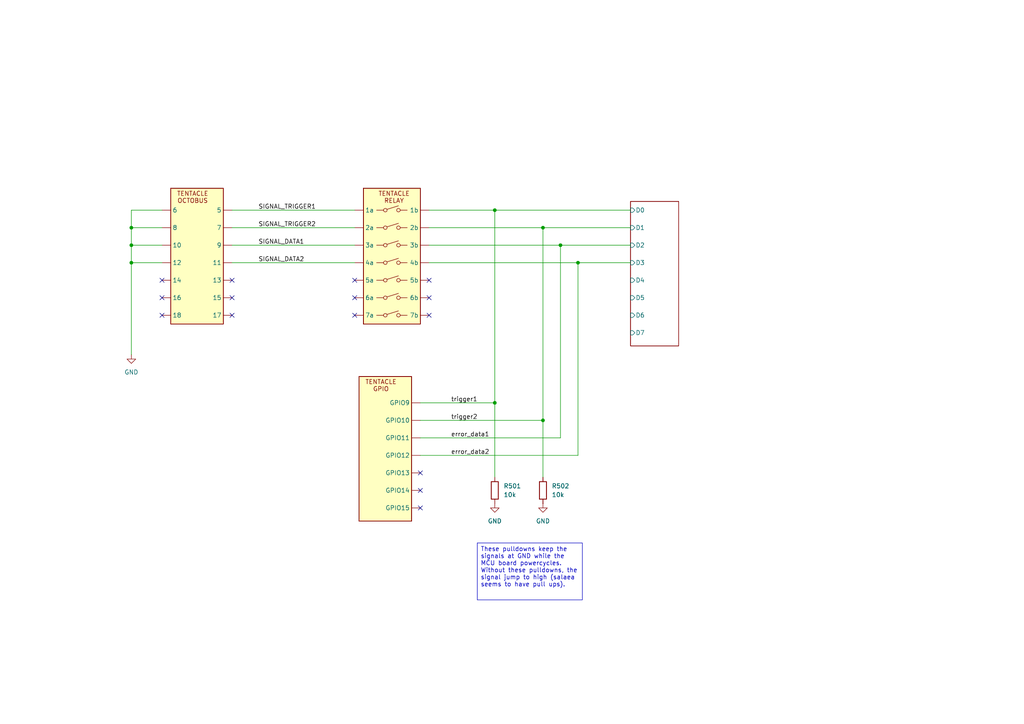
<source format=kicad_sch>
(kicad_sch (version 20231120) (generator "eeschema") (generator_version "8.0")
  (paper "A4")
  (title_block (title "tentacle_DAQ_saleae") (date "2024-07-16") (company "Hans Märki, Märki Informatik") (comment 1 "The MIT License (MIT)"))
  (lib_symbols
    (symbol "00_project_library:tentacle_gpio" (pin_numbers hide)
      (property "Reference" "T" (at -27.432 29.718 0))
      (property "Value" "tentacle" (at 1.27 41.91 0))
      (symbol "tentacle_gpio_1_1"
        (rectangle (start 0 0) (end 15.24 -41.91) (stroke (width 0.254)) (fill (type background)))
        (text "TENTACLE\nGPIO" (at 6.35 -2.54 0) (effects (font (size 1.27 1.27))))
        (pin passive line (at 17.78 -12.7 180) (length 2.54) (name "GPIO10") (number ""))
        (pin passive line (at 17.78 -17.78 180) (length 2.54) (name "GPIO11") (number ""))
        (pin passive line (at 17.78 -22.86 180) (length 2.54) (name "GPIO12") (number ""))
        (pin passive line (at 17.78 -27.94 180) (length 2.54) (name "GPIO13") (number ""))
        (pin passive line (at 17.78 -33.02 180) (length 2.54) (name "GPIO14") (number ""))
        (pin passive line (at 17.78 -38.1 180) (length 2.54) (name "GPIO15") (number ""))
        (pin passive line (at 17.78 -7.62 180) (length 2.54) (name "GPIO9") (number ""))
      )
    )
    (symbol "00_project_library:tentacle_octobus" (pin_numbers hide)
      (property "Reference" "T" (at -27.432 29.718 0))
      (property "Value" "tentacle_octobus" (at 1.27 3.81 0))
      (symbol "tentacle_octobus_1_1"
        (rectangle (start 0 0) (end 15.24 -39.37) (stroke (width 0.254)) (fill (type background)))
        (text "TENTACLE\nOCTOBUS" (at 6.35 -2.54 0) (effects (font (size 1.27 1.27))))
        (pin passive line (at -2.54 -16.51 0) (length 2.54) (name "10") (number "10"))
        (pin passive line (at 17.78 -21.59 180) (length 2.54) (name "11") (number "11"))
        (pin passive line (at -2.54 -21.59 0) (length 2.54) (name "12") (number "12"))
        (pin passive line (at 17.78 -26.67 180) (length 2.54) (name "13") (number "13"))
        (pin passive line (at -2.54 -26.67 0) (length 2.54) (name "14") (number "14"))
        (pin passive line (at 17.78 -31.75 180) (length 2.54) (name "15") (number "15"))
        (pin passive line (at -2.54 -31.75 0) (length 2.54) (name "16") (number "16"))
        (pin passive line (at 17.78 -36.83 180) (length 2.54) (name "17") (number "17"))
        (pin passive line (at -2.54 -36.83 0) (length 2.54) (name "18") (number "18"))
        (pin passive line (at 17.78 -6.35 180) (length 2.54) (name "5") (number "5"))
        (pin passive line (at -2.54 -6.35 0) (length 2.54) (name "6") (number "6"))
        (pin passive line (at 17.78 -11.43 180) (length 2.54) (name "7") (number "7"))
        (pin passive line (at -2.54 -11.43 0) (length 2.54) (name "8") (number "8"))
        (pin passive line (at 17.78 -16.51 180) (length 2.54) (name "9") (number "9"))
      )
    )
    (symbol "00_project_library:tentacle_relay" (pin_numbers hide)
      (property "Reference" "T" (at -27.432 29.718 0))
      (property "Value" "tentacle_relay" (at 3.81 2.54 0))
      (symbol "tentacle_relay_0_1"
        (polyline (pts (xy 5.842 -36.83) (xy 3.81 -36.83)))
        (polyline (pts (xy 5.842 -31.75) (xy 3.81 -31.75)))
        (polyline (pts (xy 5.842 -26.67) (xy 3.81 -26.67)))
        (polyline (pts (xy 5.842 -21.59) (xy 3.81 -21.59)))
        (polyline (pts (xy 5.842 -16.51) (xy 3.81 -16.51)))
        (polyline (pts (xy 5.842 -11.43) (xy 3.81 -11.43)))
        (polyline (pts (xy 5.842 -6.35) (xy 3.81 -6.35)))
        (polyline (pts (xy 6.858 -36.576) (xy 10.16 -35.56)))
        (polyline (pts (xy 6.858 -31.496) (xy 10.16 -30.48)))
        (polyline (pts (xy 6.858 -26.416) (xy 10.16 -25.4)))
        (polyline (pts (xy 6.858 -21.336) (xy 10.16 -20.32)))
        (polyline (pts (xy 6.858 -16.256) (xy 10.16 -15.24)))
        (polyline (pts (xy 6.858 -11.176) (xy 10.16 -10.16)))
        (polyline (pts (xy 6.858 -6.096) (xy 10.16 -5.08)))
        (polyline (pts (xy 12.7 -36.83) (xy 10.668 -36.83)))
        (polyline (pts (xy 12.7 -31.75) (xy 10.668 -31.75)))
        (polyline (pts (xy 12.7 -26.67) (xy 10.668 -26.67)))
        (polyline (pts (xy 12.7 -21.59) (xy 10.668 -21.59)))
        (polyline (pts (xy 12.7 -16.51) (xy 10.668 -16.51)))
        (polyline (pts (xy 12.7 -11.43) (xy 10.668 -11.43)))
        (polyline (pts (xy 12.7 -6.35) (xy 10.668 -6.35)))
        (circle (center 6.35 -36.83) (radius 0.508))
        (circle (center 6.35 -31.75) (radius 0.508))
        (circle (center 6.35 -26.67) (radius 0.508))
        (circle (center 6.35 -21.59) (radius 0.508))
        (circle (center 6.35 -16.51) (radius 0.508))
        (circle (center 6.35 -11.43) (radius 0.508))
        (circle (center 6.35 -6.35) (radius 0.508))
        (circle (center 10.16 -36.83) (radius 0.508))
        (circle (center 10.16 -31.75) (radius 0.508))
        (circle (center 10.16 -26.67) (radius 0.508))
        (circle (center 10.16 -21.59) (radius 0.508))
        (circle (center 10.16 -16.51) (radius 0.508))
        (circle (center 10.16 -11.43) (radius 0.508))
        (circle (center 10.16 -6.35) (radius 0.508))
      )
      (symbol "tentacle_relay_1_1"
        (rectangle (start 0 0) (end 16.51 -39.37) (stroke (width 0.254)) (fill (type background)))
        (text "TENTACLE\nRELAY" (at 8.89 -2.54 0) (effects (font (size 1.27 1.27))))
        (pin passive line (at -2.54 -6.35 0) (length 2.54) (name "1a") (number ""))
        (pin passive line (at 19.05 -6.35 180) (length 2.54) (name "1b") (number ""))
        (pin passive line (at -2.54 -11.43 0) (length 2.54) (name "2a") (number ""))
        (pin passive line (at 19.05 -11.43 180) (length 2.54) (name "2b") (number ""))
        (pin passive line (at -2.54 -16.51 0) (length 2.54) (name "3a") (number ""))
        (pin passive line (at 19.05 -16.51 180) (length 2.54) (name "3b") (number ""))
        (pin passive line (at -2.54 -21.59 0) (length 2.54) (name "4a") (number ""))
        (pin passive line (at 19.05 -21.59 180) (length 2.54) (name "4b") (number ""))
        (pin passive line (at -2.54 -26.67 0) (length 2.54) (name "5a") (number ""))
        (pin passive line (at 19.05 -26.67 180) (length 2.54) (name "5b") (number ""))
        (pin passive line (at -2.54 -31.75 0) (length 2.54) (name "6a") (number ""))
        (pin passive line (at 19.05 -31.75 180) (length 2.54) (name "6b") (number ""))
        (pin passive line (at -2.54 -36.83 0) (length 2.54) (name "7a") (number ""))
        (pin passive line (at 19.05 -36.83 180) (length 2.54) (name "7b") (number ""))
      )
    )
    (symbol "Device:R" (pin_numbers hide) (pin_names (offset 0))
      (property "Reference" "R" (at 2.032 0 90))
      (property "Value" "R" (at 0 0 90))
      (symbol "R_0_1"
        (rectangle (start -1.016 -2.54) (end 1.016 2.54) (stroke (width 0.254)))
      )
      (symbol "R_1_1"
        (pin passive line (at 0 3.81 270) (length 1.27) (name "~") (number "1"))
        (pin passive line (at 0 -3.81 90) (length 1.27) (name "~") (number "2"))
      )
    )
    (symbol "power:GND" (power) (pin_numbers hide) (pin_names (offset 0) hide)
      (property "Value" "GND" (at 0 -3.81 0))
      (symbol "GND_0_1"
        (polyline (pts (xy 0 0) (xy 0 -1.27) (xy 1.27 -1.27) (xy 0 -2.54) (xy -1.27 -1.27) (xy 0 -1.27)))
      )
      (symbol "GND_1_1"
        (pin power_in line (at 0 0 270) (length 0) (name "~") (number "1"))
      )
    )
  )
  (junction (at 38.1 71.12))
  (junction (at 157.48 121.92))
  (junction (at 143.51 116.84))
  (junction (at 162.56 71.12))
  (junction (at 38.1 66.04))
  (junction (at 167.64 76.2))
  (junction (at 143.51 60.96))
  (junction (at 157.48 66.04))
  (junction (at 38.1 76.2))
  (no_connect (at 67.31 91.44))
  (no_connect (at 46.99 86.36))
  (no_connect (at 102.87 86.36))
  (no_connect (at 124.46 86.36))
  (no_connect (at 67.31 86.36))
  (no_connect (at 124.46 81.28))
  (no_connect (at 121.92 147.32))
  (no_connect (at 102.87 91.44))
  (no_connect (at 46.99 81.28))
  (no_connect (at 121.92 142.24))
  (no_connect (at 124.46 91.44))
  (no_connect (at 121.92 137.16))
  (no_connect (at 67.31 81.28))
  (no_connect (at 46.99 91.44))
  (no_connect (at 102.87 81.28))
  (wire (pts (xy 167.64 132.08) (xy 167.64 76.2)))
  (wire (pts (xy 38.1 76.2) (xy 38.1 102.87)))
  (wire (pts (xy 124.46 60.96) (xy 143.51 60.96)))
  (wire (pts (xy 167.64 76.2) (xy 182.88 76.2)))
  (wire (pts (xy 157.48 121.92) (xy 157.48 66.04)))
  (wire (pts (xy 38.1 76.2) (xy 46.99 76.2)))
  (wire (pts (xy 121.92 127) (xy 162.56 127)))
  (wire (pts (xy 121.92 121.92) (xy 157.48 121.92)))
  (wire (pts (xy 121.92 132.08) (xy 167.64 132.08)))
  (wire (pts (xy 162.56 71.12) (xy 162.56 127)))
  (wire (pts (xy 143.51 60.96) (xy 143.51 116.84)))
  (wire (pts (xy 38.1 60.96) (xy 38.1 66.04)))
  (wire (pts (xy 38.1 66.04) (xy 46.99 66.04)))
  (wire (pts (xy 162.56 71.12) (xy 182.88 71.12)))
  (wire (pts (xy 38.1 71.12) (xy 38.1 76.2)))
  (wire (pts (xy 157.48 66.04) (xy 182.88 66.04)))
  (wire (pts (xy 67.31 66.04) (xy 102.87 66.04)))
  (wire (pts (xy 46.99 60.96) (xy 38.1 60.96)))
  (wire (pts (xy 124.46 71.12) (xy 162.56 71.12)))
  (wire (pts (xy 67.31 76.2) (xy 102.87 76.2)))
  (wire (pts (xy 124.46 66.04) (xy 157.48 66.04)))
  (wire (pts (xy 143.51 116.84) (xy 143.51 138.43)))
  (wire (pts (xy 67.31 60.96) (xy 102.87 60.96)))
  (wire (pts (xy 67.31 71.12) (xy 102.87 71.12)))
  (wire (pts (xy 157.48 138.43) (xy 157.48 121.92)))
  (wire (pts (xy 38.1 71.12) (xy 46.99 71.12)))
  (wire (pts (xy 143.51 60.96) (xy 182.88 60.96)))
  (wire (pts (xy 121.92 116.84) (xy 143.51 116.84)))
  (wire (pts (xy 38.1 66.04) (xy 38.1 71.12)))
  (wire (pts (xy 124.46 76.2) (xy 167.64 76.2)))
  (text_box "These pulldowns keep the signals at GND while the MCU board powercycles.\nWithout these pulldowns, the signal jump to high (salaea seems to have pull ups)." (at 138.43 157.48 0) (size 30.48 16.51) (effects (font (size 1.27 1.27)) (justify left top)))
  (text "${SHEETNAME}" (at 53.848 29.718 0) (effects (font (size 2.54 2.54) (thickness 0.508) (bold yes))))
  (label "error_data1" (at 130.81 127 0))
  (label "SIGNAL_TRIGGER2" (at 74.93 66.04 0))
  (label "trigger1" (at 130.81 116.84 0))
  (label "error_data2" (at 130.81 132.08 0))
  (label "trigger2" (at 130.81 121.92 0))
  (label "SIGNAL_DATA2" (at 74.93 76.2 0))
  (label "SIGNAL_DATA1" (at 74.93 71.12 0))
  (label "SIGNAL_TRIGGER1" (at 74.93 60.96 0))
  (symbol (lib_id "00_project_library:tentacle_octobus") (at 49.53 54.61 0) (unit 1)
    (property "Reference" "T901" (effects (hide yes)))
    (property "Value" "tentacle" (effects (hide yes)))
  )
  (symbol (lib_id "00_project_library:tentacle_gpio") (at 104.14 109.22 0) (unit 1)
    (property "Reference" "T902" (effects (hide yes)))
    (property "Value" "tentacle" (effects (hide yes)))
  )
  (symbol (lib_id "00_project_library:tentacle_relay") (at 105.41 54.61 0) (unit 1)
    (property "Reference" "T903" (effects (hide yes)))
    (property "Value" "tentacle" (effects (hide yes)))
  )
  (symbol (lib_id "power:GND") (at 157.48 146.05 0) (unit 1)
    (property "Reference" "#PWR0502" (effects (hide yes)))
    (property "Value" "GND" (at 157.48 151.13 0))
    (property "Description" "Power symbol creates a global label with name \"GND\" , ground" (effects (hide yes)))
  )
  (symbol (lib_id "power:GND") (at 143.51 146.05 0) (unit 1)
    (property "Reference" "#PWR0501" (effects (hide yes)))
    (property "Value" "GND" (at 143.51 151.13 0))
    (property "Description" "Power symbol creates a global label with name \"GND\" , ground" (effects (hide yes)))
  )
  (symbol (lib_id "Device:R") (at 157.48 142.24 0) (unit 1)
    (property "Reference" "R502" (at 160.02 140.9699 0) (effects (justify left)))
    (property "Value" "10k" (at 160.02 143.5099 0) (effects (justify left)))
    (property "Description" "Resistor" (effects (hide yes)))
  )
  (symbol (lib_id "Device:R") (at 143.51 142.24 0) (unit 1)
    (property "Reference" "R501" (at 146.05 140.9699 0) (effects (justify left)))
    (property "Value" "10k" (at 146.05 143.5099 0) (effects (justify left)))
    (property "Description" "Resistor" (effects (hide yes)))
  )
  (symbol (lib_id "power:GND") (at 38.1 102.87 0) (unit 1)
    (property "Reference" "#PWR0901" (effects (hide yes)))
    (property "Value" "GND" (at 38.1 107.95 0))
    (property "Description" "Power symbol creates a global label with name \"GND\" , ground" (effects (hide yes)))
  )
  (sheet (at 182.88 58.42) (size 13.97 41.91) (stroke (width 0.1524))
    (property "Sheetname" "daq3" (effects (hide yes)))
    (property "Sheetfile" "device_potpourry_daq.kicad_sch" (effects (hide yes)))
    (pin "D0" input (at 182.88 60.96 180))
    (pin "D1" input (at 182.88 66.04 180))
    (pin "D2" input (at 182.88 71.12 180))
    (pin "D3" input (at 182.88 76.2 180))
    (pin "D6" input (at 182.88 91.44 180))
    (pin "D4" input (at 182.88 81.28 180))
    (pin "D5" input (at 182.88 86.36 180))
    (pin "D7" input (at 182.88 96.52 180))
  )
)
</source>
